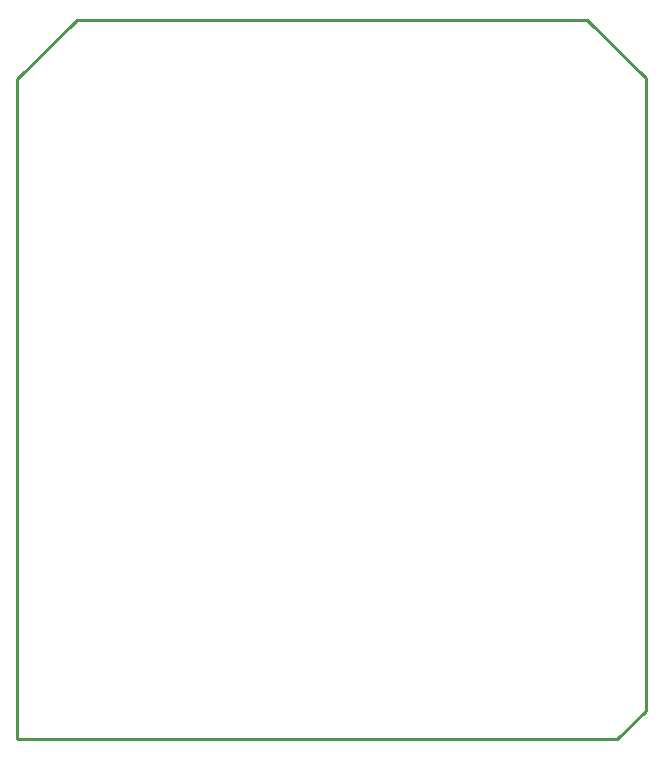
<source format=gbr>
G04 EAGLE Gerber RS-274X export*
G75*
%MOMM*%
%FSLAX34Y34*%
%LPD*%
%IN*%
%IPPOS*%
%AMOC8*
5,1,8,0,0,1.08239X$1,22.5*%
G01*
%ADD10C,0.254000*%


D10*
X0Y0D02*
X508000Y0D01*
X532640Y23892D01*
X532640Y560413D01*
X482700Y609500D01*
X50600Y609500D01*
X0Y558800D01*
X0Y0D01*
M02*

</source>
